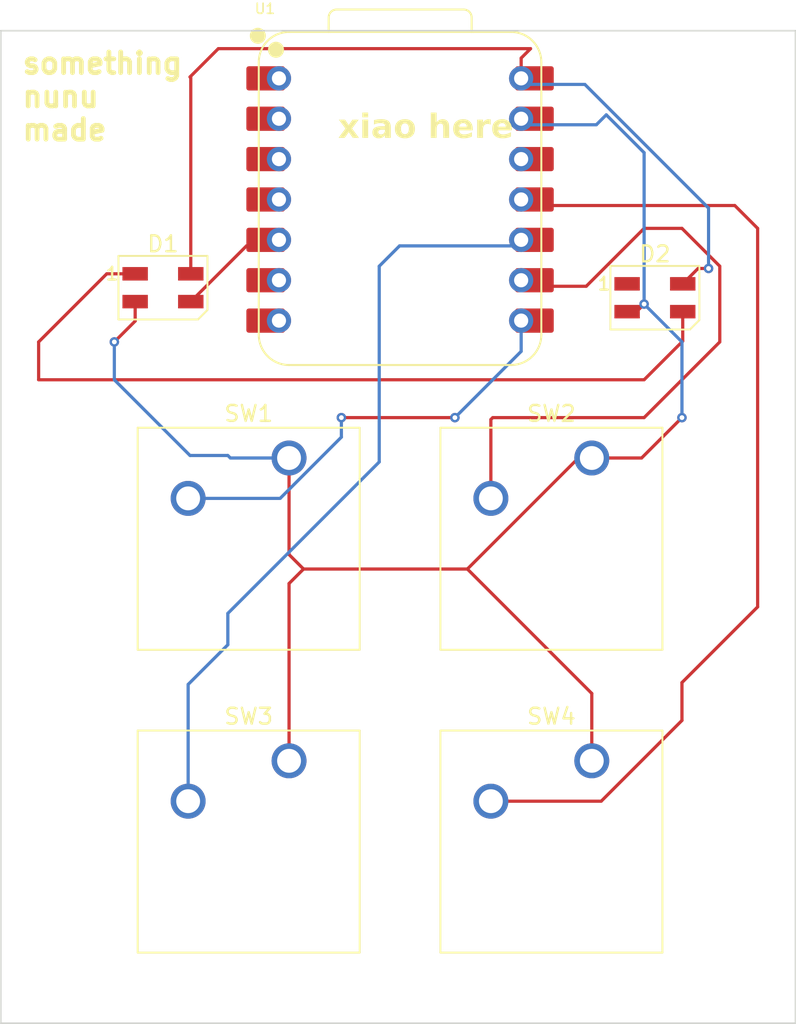
<source format=kicad_pcb>
(kicad_pcb (version 20240108) (generator "pcbnew") (generator_version "8.0")
  (layers (0 "F.Cu" signal) (31 "B.Cu" signal) (34 "B.Paste" user) (35 "F.Paste" user) (36 "B.SilkS" user "B.Silkscreen") (37 "F.SilkS" user "F.Silkscreen") (38 "B.Mask" user) (39 "F.Mask" user) (44 "Edge.Cuts" user))
  (net 0 "")
  (net 1 "GND")
  (net 2 "+5V")
  (net 3 "Net-(D1-DIN)")
  (net 4 "Net-(D1-DOUT)")
  (net 6 "Net-(U1-GPIO1{slash}RX)")
  (net 7 "Net-(U1-GPIO2{slash}SCK)")
  (net 8 "Net-(U1-GPIO4{slash}MISO)")
  (net 9 "Net-(U1-GPIO3{slash}MOSI)")
  (footprint "LED_SMD:LED_SK6812MINI_PLCC4_3.5x3.5mm_P1.75mm" (layer "F.Cu") (at 164.98625 75.17)
    (property "Reference" "D1" (at 0 -2.75 0) (layer "F.SilkS"))
    (property "Value" "SK6812MINI")
    (fp_line (start -2.8 -2) (end -2.8 2) (stroke (width 0.12)) (layer "F.SilkS"))
    (fp_line (start -2.8 -2) (end 2.8 -2) (stroke (width 0.12)) (layer "F.SilkS"))
    (fp_line (start -2.8 2) (end 2.2 2) (stroke (width 0.12)) (layer "F.SilkS"))
    (fp_line (start 2.8 1.4) (end 2.2 2) (stroke (width 0.12)) (layer "F.SilkS"))
    (fp_line (start 2.8 1.4) (end 2.8 -2) (stroke (width 0.12)) (layer "F.SilkS"))
    (fp_text user "1" (at -3.2 -0.875 0) (layer "F.SilkS") (effects (font (size 0.8 0.8))))
    (pad "1" smd rect (at -1.75 -0.875) (size 1.6 0.85) (layers "F.Cu" "F.Paste" "F.Mask") (net 4 "Net-(D1-DOUT)"))
    (pad "2" smd rect (at -1.75 0.875) (size 1.6 0.85) (layers "F.Cu" "F.Paste" "F.Mask") (net 1 "GND"))
    (pad "3" smd rect (at 1.75 0.875) (size 1.6 0.85) (layers "F.Cu" "F.Paste" "F.Mask") (net 3 "Net-(D1-DIN)"))
    (pad "4" smd rect (at 1.75 -0.875) (size 1.6 0.85) (layers "F.Cu" "F.Paste" "F.Mask") (net 2 "+5V"))
  )
  (footprint "LED_SMD:LED_SK6812MINI_PLCC4_3.5x3.5mm_P1.75mm" (layer "F.Cu") (at 195.9425 75.80125)
    (property "Reference" "D2" (at 0 -2.75 0) (layer "F.SilkS"))
    (property "Value" "SK6812MINI")
    (fp_line (start -2.8 -2) (end -2.8 2) (stroke (width 0.12)) (layer "F.SilkS"))
    (fp_line (start -2.8 -2) (end 2.8 -2) (stroke (width 0.12)) (layer "F.SilkS"))
    (fp_line (start -2.8 2) (end 2.2 2) (stroke (width 0.12)) (layer "F.SilkS"))
    (fp_line (start 2.8 1.4) (end 2.2 2) (stroke (width 0.12)) (layer "F.SilkS"))
    (fp_line (start 2.8 1.4) (end 2.8 -2) (stroke (width 0.12)) (layer "F.SilkS"))
    (fp_text user "1" (at -3.2 -0.875 0) (layer "F.SilkS") (effects (font (size 0.8 0.8))))
    (pad "1" smd rect (at -1.75 -0.875) (size 1.6 0.85) (layers "F.Cu" "F.Paste" "F.Mask"))
    (pad "2" smd rect (at -1.75 0.875) (size 1.6 0.85) (layers "F.Cu" "F.Paste" "F.Mask") (net 1 "GND"))
    (pad "3" smd rect (at 1.75 0.875) (size 1.6 0.85) (layers "F.Cu" "F.Paste" "F.Mask") (net 4 "Net-(D1-DOUT)"))
    (pad "4" smd rect (at 1.75 -0.875) (size 1.6 0.85) (layers "F.Cu" "F.Paste" "F.Mask") (net 2 "+5V"))
  )
  (footprint "Button_Switch_Keyboard:SW_Cherry_MX_1.00u_PCB" (layer "F.Cu") (at 172.92 85.88375)
    (property "Reference" "SW1" (at -2.54 -2.794 0) (layer "F.SilkS"))
    (property "Value" "SW_Push")
    (fp_line (start -9.525 -1.905) (end 4.445 -1.905) (stroke (width 0.12)) (layer "F.SilkS"))
    (fp_line (start -9.525 12.065) (end -9.525 -1.905) (stroke (width 0.12)) (layer "F.SilkS"))
    (fp_line (start 4.445 -1.905) (end 4.445 12.065) (stroke (width 0.12)) (layer "F.SilkS"))
    (fp_line (start 4.445 12.065) (end -9.525 12.065) (stroke (width 0.12)) (layer "F.SilkS"))
    (pad "" np_thru_hole circle (at -7.62 5.08) (size 1.7 1.7) (drill 1.7) (layers "*.Cu" "*.Mask"))
    (pad "" np_thru_hole circle (at -2.54 5.08) (size 4 4) (drill 4) (layers "*.Cu" "*.Mask"))
    (pad "" np_thru_hole circle (at 2.54 5.08) (size 1.7 1.7) (drill 1.7) (layers "*.Cu" "*.Mask"))
    (pad "1" thru_hole circle (at 0 0) (size 2.2 2.2) (drill 1.5) (layers "*.Cu" "*.Mask") (net 1 "GND"))
    (pad "2" thru_hole circle (at -6.35 2.54) (size 2.2 2.2) (drill 1.5) (layers "*.Cu" "*.Mask") (net 6 "Net-(U1-GPIO1{slash}RX)"))
  )
  (footprint "Seeed Studio XIAO Series Library:XIAO-RP2040-DIP" (layer "F.Cu") (at 179.905 69.62)
    (property "Reference" "U1" (at -8.5 -12 0) (layer "F.SilkS") (effects (font (size 0.635 0.635) (thickness 0.1016))))
    (property "Value" "XIAO-RP2040-DIP")
    (fp_line (start -8.89 8.509) (end -8.89 -8.636) (stroke (width 0.127)) (layer "F.SilkS"))
    (fp_line (start -6.985 10.414) (end 6.985 10.414) (stroke (width 0.127)) (layer "F.SilkS"))
    (fp_line (start -4.495 -10.541) (end -4.491272 -11.451272) (stroke (width 0.127)) (layer "F.SilkS"))
    (fp_line (start -3.991272 -11.951) (end 4.004 -11.951) (stroke (width 0.127)) (layer "F.SilkS"))
    (fp_line (start 4.504 -11.451) (end 4.504 -10.541) (stroke (width 0.127)) (layer "F.SilkS"))
    (fp_line (start 6.985 -10.541) (end -6.985 -10.541) (stroke (width 0.1)) (layer "F.SilkS"))
    (fp_line (start 6.985 -10.541) (end -6.985 -10.541) (stroke (width 0.127)) (layer "F.SilkS"))
    (fp_line (start 8.89 8.509) (end 8.89 -8.636) (stroke (width 0.127)) (layer "F.SilkS"))
    (fp_arc (start -8.89 -8.636) (mid -8.332038 -9.983038) (end -6.985 -10.541) (stroke (width 0.127)) (layer "F.SilkS"))
    (fp_arc (start -6.985 10.414) (mid -8.332038 9.856038) (end -8.89 8.509) (stroke (width 0.127)) (layer "F.SilkS"))
    (fp_arc (start -4.491272 -11.451272) (mid -4.344724 -11.804644) (end -3.991272 -11.951) (stroke (width 0.127)) (layer "F.SilkS"))
    (fp_arc (start 4.004 -11.951) (mid 4.357553 -11.804553) (end 4.504 -11.451) (stroke (width 0.127)) (layer "F.SilkS"))
    (fp_arc (start 6.985 -10.541) (mid 8.332038 -9.983038) (end 8.89 -8.636) (stroke (width 0.127)) (layer "F.SilkS"))
    (fp_arc (start 8.89 8.509) (mid 8.332038 9.856038) (end 6.985 10.414) (stroke (width 0.127)) (layer "F.SilkS"))
    (fp_circle (center -8.95 -10.3) (end -8.95 -10.554) (stroke (width 0.5)) (fill solid) (layer "F.SilkS"))
    (fp_circle (center -7.807 -9.42) (end -7.807 -9.674) (stroke (width 0.5)) (fill solid) (layer "F.SilkS"))
    (pad "1" smd roundrect (at -8.455 -7.62 180) (size 2.432 1.524) (layers "F.Cu" "F.Mask") (roundrect_rratio 0.1))
    (pad "1" thru_hole circle (at -7.62 -7.62 180) (size 1.524 1.524) (drill 0.889) (layers "*.Cu" "*.Mask"))
    (pad "2" smd roundrect (at -8.455 -5.08 180) (size 2.432 1.524) (layers "F.Cu" "F.Mask") (roundrect_rratio 0.1))
    (pad "2" thru_hole circle (at -7.62 -5.08 180) (size 1.524 1.524) (drill 0.889) (layers "*.Cu" "*.Mask"))
    (pad "3" smd roundrect (at -8.455 -2.54 180) (size 2.432 1.524) (layers "F.Cu" "F.Mask") (roundrect_rratio 0.1))
    (pad "3" thru_hole circle (at -7.62 -2.54 180) (size 1.524 1.524) (drill 0.889) (layers "*.Cu" "*.Mask"))
    (pad "4" smd roundrect (at -8.455 0 180) (size 2.432 1.524) (layers "F.Cu" "F.Mask") (roundrect_rratio 0.1))
    (pad "4" thru_hole circle (at -7.62 0 180) (size 1.524 1.524) (drill 0.889) (layers "*.Cu" "*.Mask"))
    (pad "5" smd roundrect (at -8.455 2.54 180) (size 2.432 1.524) (layers "F.Cu" "F.Mask") (roundrect_rratio 0.1) (net 3 "Net-(D1-DIN)"))
    (pad "5" thru_hole circle (at -7.62 2.54 180) (size 1.524 1.524) (drill 0.889) (layers "*.Cu" "*.Mask") (net 3 "Net-(D1-DIN)"))
    (pad "6" smd roundrect (at -8.455 5.08 180) (size 2.432 1.524) (layers "F.Cu" "F.Mask") (roundrect_rratio 0.1))
    (pad "6" thru_hole circle (at -7.62 5.08 180) (size 1.524 1.524) (drill 0.889) (layers "*.Cu" "*.Mask"))
    (pad "7" smd roundrect (at -8.455 7.62 180) (size 2.432 1.524) (layers "F.Cu" "F.Mask") (roundrect_rratio 0.1))
    (pad "7" thru_hole circle (at -7.62 7.62 180) (size 1.524 1.524) (drill 0.889) (layers "*.Cu" "*.Mask"))
    (pad "8" thru_hole circle (at 7.62 7.62) (size 1.524 1.524) (drill 0.889) (layers "*.Cu" "*.Mask") (net 6 "Net-(U1-GPIO1{slash}RX)"))
    (pad "8" smd roundrect (at 8.455 7.62) (size 2.432 1.524) (layers "F.Cu" "F.Mask") (roundrect_rratio 0.1) (net 6 "Net-(U1-GPIO1{slash}RX)"))
    (pad "9" thru_hole circle (at 7.62 5.08) (size 1.524 1.524) (drill 0.889) (layers "*.Cu" "*.Mask") (net 7 "Net-(U1-GPIO2{slash}SCK)"))
    (pad "9" smd roundrect (at 8.455 5.08) (size 2.432 1.524) (layers "F.Cu" "F.Mask") (roundrect_rratio 0.1) (net 7 "Net-(U1-GPIO2{slash}SCK)"))
    (pad "10" thru_hole circle (at 7.62 2.54) (size 1.524 1.524) (drill 0.889) (layers "*.Cu" "*.Mask") (net 8 "Net-(U1-GPIO4{slash}MISO)"))
    (pad "10" smd roundrect (at 8.455 2.54) (size 2.432 1.524) (layers "F.Cu" "F.Mask") (roundrect_rratio 0.1) (net 8 "Net-(U1-GPIO4{slash}MISO)"))
    (pad "11" thru_hole circle (at 7.62 0) (size 1.524 1.524) (drill 0.889) (layers "*.Cu" "*.Mask") (net 9 "Net-(U1-GPIO3{slash}MOSI)"))
    (pad "11" smd roundrect (at 8.455 0) (size 2.432 1.524) (layers "F.Cu" "F.Mask") (roundrect_rratio 0.1) (net 9 "Net-(U1-GPIO3{slash}MOSI)"))
    (pad "12" thru_hole circle (at 7.62 -2.54) (size 1.524 1.524) (drill 0.889) (layers "*.Cu" "*.Mask"))
    (pad "12" smd roundrect (at 8.455 -2.54) (size 2.432 1.524) (layers "F.Cu" "F.Mask") (roundrect_rratio 0.1))
    (pad "13" thru_hole circle (at 7.62 -5.08) (size 1.524 1.524) (drill 0.889) (layers "*.Cu" "*.Mask") (net 1 "GND"))
    (pad "13" smd roundrect (at 8.455 -5.08) (size 2.432 1.524) (layers "F.Cu" "F.Mask") (roundrect_rratio 0.1) (net 1 "GND"))
    (pad "14" thru_hole circle (at 7.62 -7.62) (size 1.524 1.524) (drill 0.889) (layers "*.Cu" "*.Mask") (net 2 "+5V"))
    (pad "14" smd roundrect (at 8.455 -7.62) (size 2.432 1.524) (layers "F.Cu" "F.Mask") (roundrect_rratio 0.1) (net 2 "+5V"))
  )
  (footprint "Button_Switch_Keyboard:SW_Cherry_MX_1.00u_PCB" (layer "F.Cu") (at 172.92 104.93375)
    (property "Reference" "SW3" (at -2.54 -2.794 0) (layer "F.SilkS"))
    (property "Value" "SW_Push")
    (fp_line (start -9.525 -1.905) (end 4.445 -1.905) (stroke (width 0.12)) (layer "F.SilkS"))
    (fp_line (start -9.525 12.065) (end -9.525 -1.905) (stroke (width 0.12)) (layer "F.SilkS"))
    (fp_line (start 4.445 -1.905) (end 4.445 12.065) (stroke (width 0.12)) (layer "F.SilkS"))
    (fp_line (start 4.445 12.065) (end -9.525 12.065) (stroke (width 0.12)) (layer "F.SilkS"))
    (pad "" np_thru_hole circle (at -7.62 5.08) (size 1.7 1.7) (drill 1.7) (layers "*.Cu" "*.Mask"))
    (pad "" np_thru_hole circle (at -2.54 5.08) (size 4 4) (drill 4) (layers "*.Cu" "*.Mask"))
    (pad "" np_thru_hole circle (at 2.54 5.08) (size 1.7 1.7) (drill 1.7) (layers "*.Cu" "*.Mask"))
    (pad "1" thru_hole circle (at 0 0) (size 2.2 2.2) (drill 1.5) (layers "*.Cu" "*.Mask") (net 1 "GND"))
    (pad "2" thru_hole circle (at -6.35 2.54) (size 2.2 2.2) (drill 1.5) (layers "*.Cu" "*.Mask") (net 8 "Net-(U1-GPIO4{slash}MISO)"))
  )
  (footprint "Button_Switch_Keyboard:SW_Cherry_MX_1.00u_PCB" (layer "F.Cu") (at 191.97 85.88375)
    (property "Reference" "SW2" (at -2.54 -2.794 0) (layer "F.SilkS"))
    (property "Value" "SW_Push")
    (fp_line (start -9.525 -1.905) (end 4.445 -1.905) (stroke (width 0.12)) (layer "F.SilkS"))
    (fp_line (start -9.525 12.065) (end -9.525 -1.905) (stroke (width 0.12)) (layer "F.SilkS"))
    (fp_line (start 4.445 -1.905) (end 4.445 12.065) (stroke (width 0.12)) (layer "F.SilkS"))
    (fp_line (start 4.445 12.065) (end -9.525 12.065) (stroke (width 0.12)) (layer "F.SilkS"))
    (pad "" np_thru_hole circle (at -7.62 5.08) (size 1.7 1.7) (drill 1.7) (layers "*.Cu" "*.Mask"))
    (pad "" np_thru_hole circle (at -2.54 5.08) (size 4 4) (drill 4) (layers "*.Cu" "*.Mask"))
    (pad "" np_thru_hole circle (at 2.54 5.08) (size 1.7 1.7) (drill 1.7) (layers "*.Cu" "*.Mask"))
    (pad "1" thru_hole circle (at 0 0) (size 2.2 2.2) (drill 1.5) (layers "*.Cu" "*.Mask") (net 1 "GND"))
    (pad "2" thru_hole circle (at -6.35 2.54) (size 2.2 2.2) (drill 1.5) (layers "*.Cu" "*.Mask") (net 7 "Net-(U1-GPIO2{slash}SCK)"))
  )
  (footprint "Button_Switch_Keyboard:SW_Cherry_MX_1.00u_PCB" (layer "F.Cu") (at 191.97 104.93375)
    (property "Reference" "SW4" (at -2.54 -2.794 0) (layer "F.SilkS"))
    (property "Value" "SW_Push")
    (fp_line (start -9.525 -1.905) (end 4.445 -1.905) (stroke (width 0.12)) (layer "F.SilkS"))
    (fp_line (start -9.525 12.065) (end -9.525 -1.905) (stroke (width 0.12)) (layer "F.SilkS"))
    (fp_line (start 4.445 -1.905) (end 4.445 12.065) (stroke (width 0.12)) (layer "F.SilkS"))
    (fp_line (start 4.445 12.065) (end -9.525 12.065) (stroke (width 0.12)) (layer "F.SilkS"))
    (pad "" np_thru_hole circle (at -7.62 5.08) (size 1.7 1.7) (drill 1.7) (layers "*.Cu" "*.Mask"))
    (pad "" np_thru_hole circle (at -2.54 5.08) (size 4 4) (drill 4) (layers "*.Cu" "*.Mask"))
    (pad "" np_thru_hole circle (at 2.54 5.08) (size 1.7 1.7) (drill 1.7) (layers "*.Cu" "*.Mask"))
    (pad "1" thru_hole circle (at 0 0) (size 2.2 2.2) (drill 1.5) (layers "*.Cu" "*.Mask") (net 1 "GND"))
    (pad "2" thru_hole circle (at -6.35 2.54) (size 2.2 2.2) (drill 1.5) (layers "*.Cu" "*.Mask") (net 9 "Net-(U1-GPIO3{slash}MOSI)"))
  )
  (gr_rect (start 154.78125 59) (end 204.7875 121.44375) (stroke (width 0.1)) (fill none) (layer "Edge.Cuts"))
  (gr_text "something\nnunu\nmade" (at 156 66 0) (layer "F.SilkS") (effects (font (size 1.3 1.3) (thickness 0.3) (bold yes)) (justify left bottom)))
  (gr_text "xiao here" (at 176 66 0) (layer "F.SilkS") (effects (font (size 1.5 1.5) (thickness 0.3) (bold yes)) (justify left bottom)))
  (segment (start 163.23625 77.27) (end 161.925 78.58125) (width 0.2) (layer "F.Cu") (net 1))
  (segment (start 163.23625 76.045) (end 163.23625 77.27) (width 0.2) (layer "F.Cu") (net 1))
  (segment (start 184.142056 92.86875) (end 191.127056 85.88375) (width 0.2) (layer "F.Cu") (net 1))
  (segment (start 172.92 91.9575) (end 173.83125 92.86875) (width 0.2) (layer "F.Cu") (net 1))
  (segment (start 194.1925 76.67625) (end 194.78625 76.67625) (width 0.2) (layer "F.Cu") (net 1))
  (segment (start 191.97 100.696694) (end 184.142056 92.86875) (width 0.2) (layer "F.Cu") (net 1))
  (segment (start 195.10375 85.88375) (end 197.64375 83.34375) (width 0.2) (layer "F.Cu") (net 1))
  (segment (start 172.92 104.93375) (end 172.92 93.78) (width 0.2) (layer "F.Cu") (net 1))
  (segment (start 172.92 93.78) (end 173.83125 92.86875) (width 0.2) (layer "F.Cu") (net 1))
  (segment (start 194.78625 76.67625) (end 195.2625 76.2) (width 0.2) (layer "F.Cu") (net 1))
  (segment (start 191.97 85.88375) (end 195.10375 85.88375) (width 0.2) (layer "F.Cu") (net 1))
  (segment (start 172.92 85.88375) (end 172.92 91.9575) (width 0.2) (layer "F.Cu") (net 1))
  (segment (start 191.127056 85.88375) (end 191.97 85.88375) (width 0.2) (layer "F.Cu") (net 1))
  (segment (start 191.97 104.93375) (end 191.97 100.696694) (width 0.2) (layer "F.Cu") (net 1))
  (segment (start 173.83125 92.86875) (end 184.142056 92.86875) (width 0.2) (layer "F.Cu") (net 1))
  (via (at 197.64375 83.34375) (size 0.6) (drill 0.3) (layers "F.Cu" "B.Cu") (net 1))
  (via (at 161.925 78.58125) (size 0.6) (drill 0.3) (layers "F.Cu" "B.Cu") (net 1))
  (via (at 195.2625 76.2) (size 0.6) (drill 0.3) (layers "F.Cu" "B.Cu") (net 1))
  (segment (start 169.2275 85.88375) (end 172.92 85.88375) (width 0.2) (layer "B.Cu") (net 1))
  (segment (start 161.925 78.58125) (end 161.925 80.9625) (width 0.2) (layer "B.Cu") (net 1))
  (segment (start 195.2625 76.2) (end 195.2625 66.675) (width 0.2) (layer "B.Cu") (net 1))
  (segment (start 166.6875 85.725) (end 169.06875 85.725) (width 0.2) (layer "B.Cu") (net 1))
  (segment (start 192.88125 64.29375) (end 192.255 64.92) (width 0.2) (layer "B.Cu") (net 1))
  (segment (start 161.925 80.9625) (end 166.6875 85.725) (width 0.2) (layer "B.Cu") (net 1))
  (segment (start 169.06875 85.725) (end 169.2275 85.88375) (width 0.2) (layer "B.Cu") (net 1))
  (segment (start 195.2625 66.675) (end 192.88125 64.29375) (width 0.2) (layer "B.Cu") (net 1))
  (segment (start 197.64375 83.34375) (end 197.64375 78.58125) (width 0.2) (layer "B.Cu") (net 1))
  (segment (start 192.255 64.92) (end 187.525 64.92) (width 0.2) (layer "B.Cu") (net 1))
  (segment (start 197.64375 78.58125) (end 195.2625 76.2) (width 0.2) (layer "B.Cu") (net 1))
  (segment (start 197.6925 74.92625) (end 198.658578 73.960172) (width 0.2) (layer "F.Cu") (net 2))
  (segment (start 166.6875 61.9125) (end 166.73625 61.96125) (width 0.2) (layer "F.Cu") (net 2))
  (segment (start 166.73625 61.96125) (end 166.73625 74.295) (width 0.2) (layer "F.Cu") (net 2))
  (segment (start 198.658578 73.960172) (end 199.317892 73.960172) (width 0.2) (layer "F.Cu") (net 2))
  (segment (start 187.525 60.725) (end 188.11875 60.13125) (width 0.2) (layer "F.Cu") (net 2))
  (segment (start 188.11875 60.13125) (end 168.46875 60.13125) (width 0.2) (layer "F.Cu") (net 2))
  (segment (start 168.46875 60.13125) (end 166.6875 61.9125) (width 0.2) (layer "F.Cu") (net 2))
  (segment (start 187.525 62.38) (end 187.525 60.725) (width 0.2) (layer "F.Cu") (net 2))
  (via (at 199.317892 73.960172) (size 0.6) (drill 0.3) (layers "F.Cu" "B.Cu") (net 2))
  (segment (start 199.317892 70.164706) (end 191.533186 62.38) (width 0.2) (layer "B.Cu") (net 2))
  (segment (start 191.533186 62.38) (end 187.525 62.38) (width 0.2) (layer "B.Cu") (net 2))
  (segment (start 199.317892 73.960172) (end 199.317892 70.164706) (width 0.2) (layer "B.Cu") (net 2))
  (segment (start 170.24125 72.54) (end 172.285 72.54) (width 0.2) (layer "F.Cu") (net 3))
  (segment (start 166.73625 76.045) (end 170.24125 72.54) (width 0.2) (layer "F.Cu") (net 3))
  (segment (start 157.1625 80.9625) (end 195.2625 80.9625) (width 0.2) (layer "F.Cu") (net 4))
  (segment (start 157.1625 78.58125) (end 157.1625 80.9625) (width 0.2) (layer "F.Cu") (net 4))
  (segment (start 195.2625 80.9625) (end 197.6925 78.5325) (width 0.2) (layer "F.Cu") (net 4))
  (segment (start 161.44875 74.295) (end 157.1625 78.58125) (width 0.2) (layer "F.Cu") (net 4))
  (segment (start 163.23625 74.295) (end 161.44875 74.295) (width 0.2) (layer "F.Cu") (net 4))
  (segment (start 197.6925 78.5325) (end 197.6925 76.67625) (width 0.2) (layer "F.Cu") (net 4))
  (segment (start 176.2125 83.34375) (end 183.35625 83.34375) (width 0.2) (layer "F.Cu") (net 6))
  (via (at 183.35625 83.34375) (size 0.6) (drill 0.3) (layers "F.Cu" "B.Cu") (net 6))
  (via (at 176.2125 83.34375) (size 0.6) (drill 0.3) (layers "F.Cu" "B.Cu") (net 6))
  (segment (start 176.2125 84.571149) (end 176.2125 83.34375) (width 0.2) (layer "B.Cu") (net 6))
  (segment (start 187.525 79.175) (end 187.525 77.62) (width 0.2) (layer "B.Cu") (net 6))
  (segment (start 183.35625 83.34375) (end 187.525 79.175) (width 0.2) (layer "B.Cu") (net 6))
  (segment (start 166.57 88.42375) (end 172.359899 88.42375) (width 0.2) (layer "B.Cu") (net 6))
  (segment (start 172.359899 88.42375) (end 176.2125 84.571149) (width 0.2) (layer "B.Cu") (net 6))
  (segment (start 185.7375 83.34375) (end 195.2625 83.34375) (width 0.2) (layer "F.Cu") (net 7))
  (segment (start 200.025 78.58125) (end 200.025 73.81875) (width 0.2) (layer "F.Cu") (net 7))
  (segment (start 191.62 75.08) (end 188.36 75.08) (width 0.2) (layer "F.Cu") (net 7))
  (segment (start 195.2625 71.4375) (end 191.62 75.08) (width 0.2) (layer "F.Cu") (net 7))
  (segment (start 185.62 88.42375) (end 185.62 83.46125) (width 0.2) (layer "F.Cu") (net 7))
  (segment (start 200.025 73.81875) (end 197.64375 71.4375) (width 0.2) (layer "F.Cu") (net 7))
  (segment (start 197.64375 71.4375) (end 195.2625 71.4375) (width 0.2) (layer "F.Cu") (net 7))
  (segment (start 185.62 83.46125) (end 185.7375 83.34375) (width 0.2) (layer "F.Cu") (net 7))
  (segment (start 195.2625 83.34375) (end 200.025 78.58125) (width 0.2) (layer "F.Cu") (net 7))
  (segment (start 185.7375 88.10625) (end 185.7375 88.30625) (width 0.2) (layer "B.Cu") (net 7))
  (segment (start 185.7375 88.30625) (end 185.62 88.42375) (width 0.2) (layer "B.Cu") (net 7))
  (segment (start 169.06875 97.63125) (end 169.06875 95.657944) (width 0.2) (layer "B.Cu") (net 8))
  (segment (start 178.59375 73.81875) (end 179.8725 72.54) (width 0.2) (layer "B.Cu") (net 8))
  (segment (start 178.59375 86.132944) (end 178.59375 73.81875) (width 0.2) (layer "B.Cu") (net 8))
  (segment (start 169.06875 95.657944) (end 178.59375 86.132944) (width 0.2) (layer "B.Cu") (net 8))
  (segment (start 166.57 107.47375) (end 166.57 100.13) (width 0.2) (layer "B.Cu") (net 8))
  (segment (start 166.57 100.13) (end 169.06875 97.63125) (width 0.2) (layer "B.Cu") (net 8))
  (segment (start 179.8725 72.54) (end 187.525 72.54) (width 0.2) (layer "B.Cu") (net 8))
  (segment (start 200.96875 70) (end 187.525 70) (width 0.2) (layer "F.Cu") (net 9))
  (segment (start 197.64375 100.0125) (end 202.40625 95.25) (width 0.2) (layer "F.Cu") (net 9))
  (segment (start 192.56375 107.47375) (end 197.64375 102.39375) (width 0.2) (layer "F.Cu") (net 9))
  (segment (start 185.62 107.47375) (end 192.56375 107.47375) (width 0.2) (layer "F.Cu") (net 9))
  (segment (start 202.40625 95.25) (end 202.40625 71.4375) (width 0.2) (layer "F.Cu") (net 9))
  (segment (start 197.64375 102.39375) (end 197.64375 100.0125) (width 0.2) (layer "F.Cu") (net 9))
  (segment (start 202.40625 71.4375) (end 200.96875 70) (width 0.2) (layer "F.Cu") (net 9))
)
</source>
